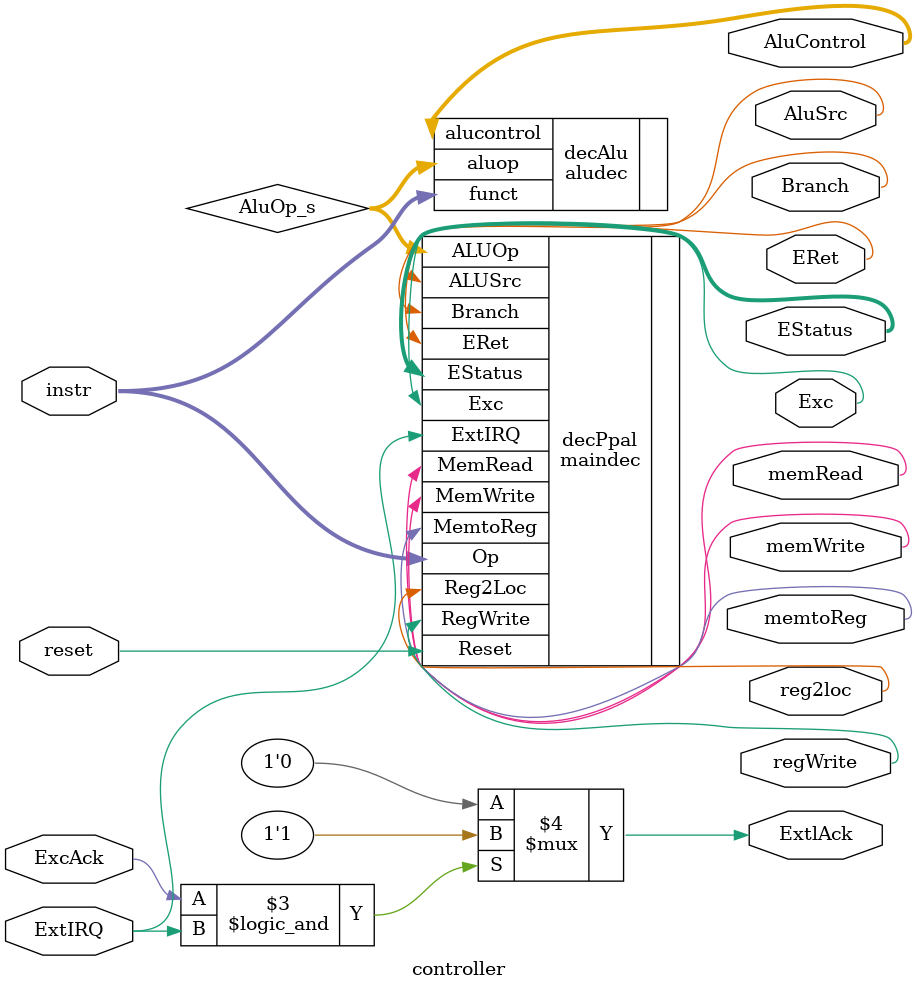
<source format=sv>

module controller(input logic [10:0] instr,
				  input logic ExtIRQ, reset, ExcAck,
				  output logic reg2loc, regWrite, AluSrc, Branch,
							      memtoReg, memRead, memWrite,
				  output logic [3:0] AluControl, EStatus,						
				  output logic ERet, Exc, ExtlAck);
											
	logic [1:0] AluOp_s;
											
	maindec 	decPpal 	(.Op(instr),
							.ExtIRQ(ExtIRQ), //(new!)
							.Reset(reset),
							.Reg2Loc(reg2loc), 
							.MemtoReg(memtoReg), 
							.RegWrite(regWrite), 
							.MemRead(memRead), 
							.MemWrite(memWrite), 
							.Branch(Branch), 
							.ERet(ERet), //(new!)
							.EStatus(EStatus), //(new!)
							.ALUOp(AluOp_s),
							.ALUSrc(AluSrc),
							.Exc(Exc));
					
								
	aludec 	decAlu 	(.funct(instr), 
							.aluop(AluOp_s), 
							.alucontrol(AluControl));
							
	assign ExtlAck = (ExcAck == 1'b1 && ExtIRQ == 1'b1) ? 1'b1 : 1'b0;
			
endmodule

</source>
